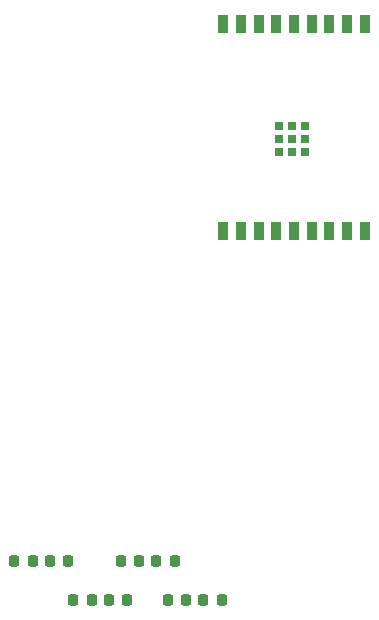
<source format=gbr>
G04 #@! TF.GenerationSoftware,KiCad,Pcbnew,8.0.4*
G04 #@! TF.CreationDate,2024-08-17T23:15:17-04:00*
G04 #@! TF.ProjectId,PCIexpress_x4_low,50434965-7870-4726-9573-735f78345f6c,rev?*
G04 #@! TF.SameCoordinates,Original*
G04 #@! TF.FileFunction,Paste,Top*
G04 #@! TF.FilePolarity,Positive*
%FSLAX46Y46*%
G04 Gerber Fmt 4.6, Leading zero omitted, Abs format (unit mm)*
G04 Created by KiCad (PCBNEW 8.0.4) date 2024-08-17 23:15:17*
%MOMM*%
%LPD*%
G01*
G04 APERTURE LIST*
G04 Aperture macros list*
%AMRoundRect*
0 Rectangle with rounded corners*
0 $1 Rounding radius*
0 $2 $3 $4 $5 $6 $7 $8 $9 X,Y pos of 4 corners*
0 Add a 4 corners polygon primitive as box body*
4,1,4,$2,$3,$4,$5,$6,$7,$8,$9,$2,$3,0*
0 Add four circle primitives for the rounded corners*
1,1,$1+$1,$2,$3*
1,1,$1+$1,$4,$5*
1,1,$1+$1,$6,$7*
1,1,$1+$1,$8,$9*
0 Add four rect primitives between the rounded corners*
20,1,$1+$1,$2,$3,$4,$5,0*
20,1,$1+$1,$4,$5,$6,$7,0*
20,1,$1+$1,$6,$7,$8,$9,0*
20,1,$1+$1,$8,$9,$2,$3,0*%
G04 Aperture macros list end*
%ADD10R,0.700000X0.700000*%
%ADD11R,0.900000X1.500000*%
%ADD12RoundRect,0.218750X-0.218750X-0.256250X0.218750X-0.256250X0.218750X0.256250X-0.218750X0.256250X0*%
%ADD13RoundRect,0.218750X0.218750X0.256250X-0.218750X0.256250X-0.218750X-0.256250X0.218750X-0.256250X0*%
G04 APERTURE END LIST*
D10*
X145725000Y-145935000D03*
X145725000Y-144835000D03*
X145725000Y-143735000D03*
X146825000Y-145935000D03*
X146825000Y-144835000D03*
X146825000Y-143735000D03*
X147925000Y-145935000D03*
X147925000Y-144835000D03*
X147925000Y-143735000D03*
D11*
X153025000Y-152625000D03*
X151525000Y-152625000D03*
X150025000Y-152625000D03*
X148525000Y-152625000D03*
X147025000Y-152625000D03*
X145525000Y-152625000D03*
X144025000Y-152625000D03*
X142525000Y-152625000D03*
X141025000Y-152625000D03*
X141025000Y-135125000D03*
X142525000Y-135125000D03*
X144025000Y-135125000D03*
X145525000Y-135125000D03*
X147025000Y-135125000D03*
X148525000Y-135125000D03*
X150025000Y-135125000D03*
X151525000Y-135125000D03*
X153025000Y-135125000D03*
D12*
X126337500Y-180625000D03*
X127912500Y-180625000D03*
D13*
X124912500Y-180625000D03*
X123337500Y-180625000D03*
D12*
X135337500Y-180625000D03*
X136912500Y-180625000D03*
D13*
X133912500Y-180625000D03*
X132337500Y-180625000D03*
D12*
X139337500Y-183875000D03*
X140912500Y-183875000D03*
D13*
X137912500Y-183875000D03*
X136337500Y-183875000D03*
X129912500Y-183875000D03*
X128337500Y-183875000D03*
D12*
X131337500Y-183875000D03*
X132912500Y-183875000D03*
M02*

</source>
